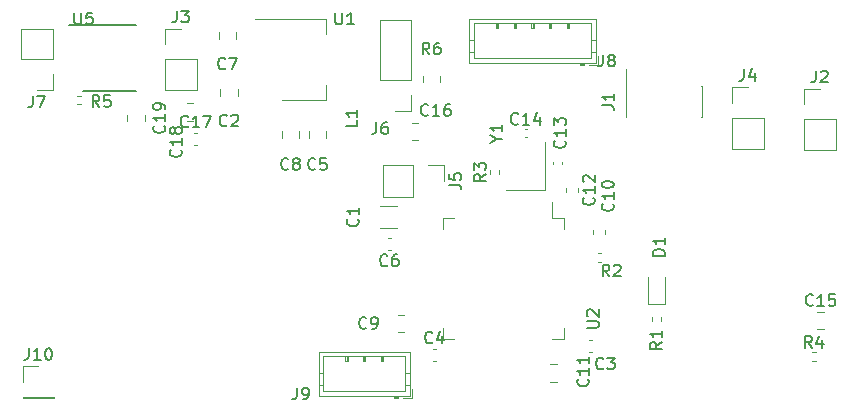
<source format=gbr>
G04 #@! TF.GenerationSoftware,KiCad,Pcbnew,(5.1.9)-1*
G04 #@! TF.CreationDate,2021-01-26T16:41:02+02:00*
G04 #@! TF.ProjectId,jantteri-main,6a616e74-7465-4726-992d-6d61696e2e6b,rev?*
G04 #@! TF.SameCoordinates,Original*
G04 #@! TF.FileFunction,Legend,Top*
G04 #@! TF.FilePolarity,Positive*
%FSLAX46Y46*%
G04 Gerber Fmt 4.6, Leading zero omitted, Abs format (unit mm)*
G04 Created by KiCad (PCBNEW (5.1.9)-1) date 2021-01-26 16:41:02*
%MOMM*%
%LPD*%
G01*
G04 APERTURE LIST*
%ADD10C,0.120000*%
%ADD11C,0.150000*%
G04 APERTURE END LIST*
D10*
X160619000Y-51835000D02*
X166629000Y-51835000D01*
X162869000Y-58655000D02*
X166629000Y-58655000D01*
X166629000Y-51835000D02*
X166629000Y-53095000D01*
X166629000Y-58655000D02*
X166629000Y-57395000D01*
X176500000Y-77947000D02*
X176500000Y-78897000D01*
X176500000Y-78897000D02*
X177450000Y-78897000D01*
X176500000Y-69627000D02*
X176500000Y-68677000D01*
X176500000Y-68677000D02*
X177450000Y-68677000D01*
X186720000Y-77947000D02*
X186720000Y-78897000D01*
X186720000Y-78897000D02*
X185770000Y-78897000D01*
X186720000Y-69627000D02*
X186720000Y-68677000D01*
X186720000Y-68677000D02*
X185770000Y-68677000D01*
X185770000Y-68677000D02*
X185770000Y-67337000D01*
X172591252Y-69490000D02*
X171168748Y-69490000D01*
X172591252Y-67670000D02*
X171168748Y-67670000D01*
X157634000Y-57777748D02*
X157634000Y-58300252D01*
X159104000Y-57777748D02*
X159104000Y-58300252D01*
X165127000Y-61333748D02*
X165127000Y-61856252D01*
X166597000Y-61333748D02*
X166597000Y-61856252D01*
X158977000Y-53474252D02*
X158977000Y-52951748D01*
X157507000Y-53474252D02*
X157507000Y-52951748D01*
X164311000Y-61333748D02*
X164311000Y-61856252D01*
X162841000Y-61333748D02*
X162841000Y-61856252D01*
X173235252Y-78332000D02*
X172712748Y-78332000D01*
X173235252Y-76862000D02*
X172712748Y-76862000D01*
X185600748Y-82523000D02*
X186123252Y-82523000D01*
X185600748Y-81053000D02*
X186123252Y-81053000D01*
X185822000Y-64115836D02*
X185822000Y-63900164D01*
X186542000Y-64115836D02*
X186542000Y-63900164D01*
X183407164Y-61828000D02*
X183622836Y-61828000D01*
X183407164Y-61108000D02*
X183622836Y-61108000D01*
X208206748Y-76608000D02*
X208729252Y-76608000D01*
X208206748Y-78078000D02*
X208729252Y-78078000D01*
X174378252Y-62076000D02*
X173855748Y-62076000D01*
X174378252Y-60606000D02*
X173855748Y-60606000D01*
X154805748Y-58955000D02*
X155328252Y-58955000D01*
X154805748Y-60425000D02*
X155328252Y-60425000D01*
X151230000Y-60459252D02*
X151230000Y-59936748D01*
X149760000Y-60459252D02*
X149760000Y-59936748D01*
X193829000Y-73622000D02*
X193829000Y-75907000D01*
X193829000Y-75907000D02*
X195299000Y-75907000D01*
X195299000Y-75907000D02*
X195299000Y-73622000D01*
X191964000Y-60131000D02*
X191964000Y-57471000D01*
X191964000Y-57471000D02*
X192024000Y-57471000D01*
X198374000Y-57471000D02*
X198434000Y-57471000D01*
X198434000Y-60131000D02*
X198434000Y-57471000D01*
X191964000Y-60131000D02*
X192024000Y-60131000D01*
X198374000Y-60131000D02*
X198434000Y-60131000D01*
X192024000Y-57471000D02*
X192024000Y-56011000D01*
X207077000Y-57725000D02*
X208407000Y-57725000D01*
X207077000Y-59055000D02*
X207077000Y-57725000D01*
X207077000Y-60325000D02*
X209737000Y-60325000D01*
X209737000Y-60325000D02*
X209737000Y-62925000D01*
X207077000Y-60325000D02*
X207077000Y-62925000D01*
X207077000Y-62925000D02*
X209737000Y-62925000D01*
X152975000Y-52645000D02*
X154305000Y-52645000D01*
X152975000Y-53975000D02*
X152975000Y-52645000D01*
X152975000Y-55245000D02*
X155635000Y-55245000D01*
X155635000Y-55245000D02*
X155635000Y-57845000D01*
X152975000Y-55245000D02*
X152975000Y-57845000D01*
X152975000Y-57845000D02*
X155635000Y-57845000D01*
X200981000Y-62798000D02*
X203641000Y-62798000D01*
X200981000Y-60198000D02*
X200981000Y-62798000D01*
X203641000Y-60198000D02*
X203641000Y-62798000D01*
X200981000Y-60198000D02*
X203641000Y-60198000D01*
X200981000Y-58928000D02*
X200981000Y-57598000D01*
X200981000Y-57598000D02*
X202311000Y-57598000D01*
X171390000Y-64202000D02*
X171390000Y-66862000D01*
X173990000Y-64202000D02*
X171390000Y-64202000D01*
X173990000Y-66862000D02*
X171390000Y-66862000D01*
X173990000Y-64202000D02*
X173990000Y-66862000D01*
X175260000Y-64202000D02*
X176590000Y-64202000D01*
X176590000Y-64202000D02*
X176590000Y-65532000D01*
X173796000Y-51883000D02*
X171136000Y-51883000D01*
X173796000Y-57023000D02*
X173796000Y-51883000D01*
X171136000Y-57023000D02*
X171136000Y-51883000D01*
X173796000Y-57023000D02*
X171136000Y-57023000D01*
X173796000Y-58293000D02*
X173796000Y-59623000D01*
X173796000Y-59623000D02*
X172466000Y-59623000D01*
X143443000Y-52645000D02*
X140783000Y-52645000D01*
X143443000Y-55245000D02*
X143443000Y-52645000D01*
X140783000Y-55245000D02*
X140783000Y-52645000D01*
X143443000Y-55245000D02*
X140783000Y-55245000D01*
X143443000Y-56515000D02*
X143443000Y-57845000D01*
X143443000Y-57845000D02*
X142113000Y-57845000D01*
X189443000Y-55512000D02*
X189443000Y-51792000D01*
X189443000Y-51792000D02*
X178723000Y-51792000D01*
X178723000Y-51792000D02*
X178723000Y-55512000D01*
X178723000Y-55512000D02*
X189443000Y-55512000D01*
X188133000Y-55512000D02*
X188133000Y-55712000D01*
X188133000Y-55712000D02*
X188433000Y-55712000D01*
X188433000Y-55712000D02*
X188433000Y-55512000D01*
X188133000Y-55612000D02*
X188433000Y-55612000D01*
X189043000Y-55112000D02*
X189043000Y-52192000D01*
X189043000Y-52192000D02*
X179123000Y-52192000D01*
X179123000Y-52192000D02*
X179123000Y-55112000D01*
X179123000Y-55112000D02*
X189043000Y-55112000D01*
X189443000Y-54602000D02*
X189043000Y-54602000D01*
X189443000Y-53602000D02*
X189043000Y-53602000D01*
X178723000Y-54602000D02*
X179123000Y-54602000D01*
X178723000Y-53602000D02*
X179123000Y-53602000D01*
X187183000Y-52192000D02*
X187183000Y-52592000D01*
X187183000Y-52592000D02*
X186983000Y-52592000D01*
X186983000Y-52592000D02*
X186983000Y-52192000D01*
X187083000Y-52192000D02*
X187083000Y-52592000D01*
X185683000Y-52192000D02*
X185683000Y-52592000D01*
X185683000Y-52592000D02*
X185483000Y-52592000D01*
X185483000Y-52592000D02*
X185483000Y-52192000D01*
X185583000Y-52192000D02*
X185583000Y-52592000D01*
X184183000Y-52192000D02*
X184183000Y-52592000D01*
X184183000Y-52592000D02*
X183983000Y-52592000D01*
X183983000Y-52592000D02*
X183983000Y-52192000D01*
X184083000Y-52192000D02*
X184083000Y-52592000D01*
X182683000Y-52192000D02*
X182683000Y-52592000D01*
X182683000Y-52592000D02*
X182483000Y-52592000D01*
X182483000Y-52592000D02*
X182483000Y-52192000D01*
X182583000Y-52192000D02*
X182583000Y-52592000D01*
X181183000Y-52192000D02*
X181183000Y-52592000D01*
X181183000Y-52592000D02*
X180983000Y-52592000D01*
X180983000Y-52592000D02*
X180983000Y-52192000D01*
X181083000Y-52192000D02*
X181083000Y-52592000D01*
X188843000Y-55712000D02*
X189643000Y-55712000D01*
X189643000Y-55712000D02*
X189643000Y-54912000D01*
X173695000Y-83706000D02*
X173695000Y-79986000D01*
X173695000Y-79986000D02*
X165975000Y-79986000D01*
X165975000Y-79986000D02*
X165975000Y-83706000D01*
X165975000Y-83706000D02*
X173695000Y-83706000D01*
X172385000Y-83706000D02*
X172385000Y-83906000D01*
X172385000Y-83906000D02*
X172685000Y-83906000D01*
X172685000Y-83906000D02*
X172685000Y-83706000D01*
X172385000Y-83806000D02*
X172685000Y-83806000D01*
X173295000Y-83306000D02*
X173295000Y-80386000D01*
X173295000Y-80386000D02*
X166375000Y-80386000D01*
X166375000Y-80386000D02*
X166375000Y-83306000D01*
X166375000Y-83306000D02*
X173295000Y-83306000D01*
X173695000Y-82796000D02*
X173295000Y-82796000D01*
X173695000Y-81796000D02*
X173295000Y-81796000D01*
X165975000Y-82796000D02*
X166375000Y-82796000D01*
X165975000Y-81796000D02*
X166375000Y-81796000D01*
X171435000Y-80386000D02*
X171435000Y-80786000D01*
X171435000Y-80786000D02*
X171235000Y-80786000D01*
X171235000Y-80786000D02*
X171235000Y-80386000D01*
X171335000Y-80386000D02*
X171335000Y-80786000D01*
X169935000Y-80386000D02*
X169935000Y-80786000D01*
X169935000Y-80786000D02*
X169735000Y-80786000D01*
X169735000Y-80786000D02*
X169735000Y-80386000D01*
X169835000Y-80386000D02*
X169835000Y-80786000D01*
X168435000Y-80386000D02*
X168435000Y-80786000D01*
X168435000Y-80786000D02*
X168235000Y-80786000D01*
X168235000Y-80786000D02*
X168235000Y-80386000D01*
X168335000Y-80386000D02*
X168335000Y-80786000D01*
X173095000Y-83906000D02*
X173895000Y-83906000D01*
X173895000Y-83906000D02*
X173895000Y-83106000D01*
X140910000Y-83880000D02*
X143570000Y-83880000D01*
X140910000Y-83820000D02*
X140910000Y-83880000D01*
X143570000Y-83820000D02*
X143570000Y-83880000D01*
X140910000Y-83820000D02*
X143570000Y-83820000D01*
X140910000Y-82550000D02*
X140910000Y-81220000D01*
X140910000Y-81220000D02*
X142240000Y-81220000D01*
X194184000Y-77369641D02*
X194184000Y-77062359D01*
X194944000Y-77369641D02*
X194944000Y-77062359D01*
X207745359Y-80771000D02*
X208052641Y-80771000D01*
X207745359Y-80011000D02*
X208052641Y-80011000D01*
X145515359Y-58294000D02*
X145822641Y-58294000D01*
X145515359Y-59054000D02*
X145822641Y-59054000D01*
X174779000Y-57123064D02*
X174779000Y-56668936D01*
X176249000Y-57123064D02*
X176249000Y-56668936D01*
D11*
X145986000Y-57909500D02*
X150486000Y-57909500D01*
X144861000Y-52359500D02*
X150486000Y-52359500D01*
D10*
X181865000Y-66262000D02*
X185165000Y-66262000D01*
X185165000Y-66262000D02*
X185165000Y-62262000D01*
X188835420Y-78992000D02*
X189116580Y-78992000D01*
X188835420Y-80012000D02*
X189116580Y-80012000D01*
X175627420Y-80774000D02*
X175908580Y-80774000D01*
X175627420Y-79754000D02*
X175908580Y-79754000D01*
X172098580Y-71376000D02*
X171817420Y-71376000D01*
X172098580Y-70356000D02*
X171817420Y-70356000D01*
X189228000Y-69709420D02*
X189228000Y-69990580D01*
X190248000Y-69709420D02*
X190248000Y-69990580D01*
X187962000Y-66153420D02*
X187962000Y-66434580D01*
X186942000Y-66153420D02*
X186942000Y-66434580D01*
X155434420Y-62486000D02*
X155715580Y-62486000D01*
X155434420Y-61466000D02*
X155715580Y-61466000D01*
X189584359Y-72389000D02*
X189891641Y-72389000D01*
X189584359Y-71629000D02*
X189891641Y-71629000D01*
X180468000Y-64923641D02*
X180468000Y-64616359D01*
X181228000Y-64923641D02*
X181228000Y-64616359D01*
D11*
X167386095Y-51268380D02*
X167386095Y-52077904D01*
X167433714Y-52173142D01*
X167481333Y-52220761D01*
X167576571Y-52268380D01*
X167767047Y-52268380D01*
X167862285Y-52220761D01*
X167909904Y-52173142D01*
X167957523Y-52077904D01*
X167957523Y-51268380D01*
X168957523Y-52268380D02*
X168386095Y-52268380D01*
X168671809Y-52268380D02*
X168671809Y-51268380D01*
X168576571Y-51411238D01*
X168481333Y-51506476D01*
X168386095Y-51554095D01*
X188682380Y-77977904D02*
X189491904Y-77977904D01*
X189587142Y-77930285D01*
X189634761Y-77882666D01*
X189682380Y-77787428D01*
X189682380Y-77596952D01*
X189634761Y-77501714D01*
X189587142Y-77454095D01*
X189491904Y-77406476D01*
X188682380Y-77406476D01*
X188777619Y-76977904D02*
X188730000Y-76930285D01*
X188682380Y-76835047D01*
X188682380Y-76596952D01*
X188730000Y-76501714D01*
X188777619Y-76454095D01*
X188872857Y-76406476D01*
X188968095Y-76406476D01*
X189110952Y-76454095D01*
X189682380Y-77025523D01*
X189682380Y-76406476D01*
X169267142Y-68746666D02*
X169314761Y-68794285D01*
X169362380Y-68937142D01*
X169362380Y-69032380D01*
X169314761Y-69175238D01*
X169219523Y-69270476D01*
X169124285Y-69318095D01*
X168933809Y-69365714D01*
X168790952Y-69365714D01*
X168600476Y-69318095D01*
X168505238Y-69270476D01*
X168410000Y-69175238D01*
X168362380Y-69032380D01*
X168362380Y-68937142D01*
X168410000Y-68794285D01*
X168457619Y-68746666D01*
X169362380Y-67794285D02*
X169362380Y-68365714D01*
X169362380Y-68080000D02*
X168362380Y-68080000D01*
X168505238Y-68175238D01*
X168600476Y-68270476D01*
X168648095Y-68365714D01*
X158202333Y-60809142D02*
X158154714Y-60856761D01*
X158011857Y-60904380D01*
X157916619Y-60904380D01*
X157773761Y-60856761D01*
X157678523Y-60761523D01*
X157630904Y-60666285D01*
X157583285Y-60475809D01*
X157583285Y-60332952D01*
X157630904Y-60142476D01*
X157678523Y-60047238D01*
X157773761Y-59952000D01*
X157916619Y-59904380D01*
X158011857Y-59904380D01*
X158154714Y-59952000D01*
X158202333Y-59999619D01*
X158583285Y-59999619D02*
X158630904Y-59952000D01*
X158726142Y-59904380D01*
X158964238Y-59904380D01*
X159059476Y-59952000D01*
X159107095Y-59999619D01*
X159154714Y-60094857D01*
X159154714Y-60190095D01*
X159107095Y-60332952D01*
X158535666Y-60904380D01*
X159154714Y-60904380D01*
X165695333Y-64492142D02*
X165647714Y-64539761D01*
X165504857Y-64587380D01*
X165409619Y-64587380D01*
X165266761Y-64539761D01*
X165171523Y-64444523D01*
X165123904Y-64349285D01*
X165076285Y-64158809D01*
X165076285Y-64015952D01*
X165123904Y-63825476D01*
X165171523Y-63730238D01*
X165266761Y-63635000D01*
X165409619Y-63587380D01*
X165504857Y-63587380D01*
X165647714Y-63635000D01*
X165695333Y-63682619D01*
X166600095Y-63587380D02*
X166123904Y-63587380D01*
X166076285Y-64063571D01*
X166123904Y-64015952D01*
X166219142Y-63968333D01*
X166457238Y-63968333D01*
X166552476Y-64015952D01*
X166600095Y-64063571D01*
X166647714Y-64158809D01*
X166647714Y-64396904D01*
X166600095Y-64492142D01*
X166552476Y-64539761D01*
X166457238Y-64587380D01*
X166219142Y-64587380D01*
X166123904Y-64539761D01*
X166076285Y-64492142D01*
X158075333Y-55983142D02*
X158027714Y-56030761D01*
X157884857Y-56078380D01*
X157789619Y-56078380D01*
X157646761Y-56030761D01*
X157551523Y-55935523D01*
X157503904Y-55840285D01*
X157456285Y-55649809D01*
X157456285Y-55506952D01*
X157503904Y-55316476D01*
X157551523Y-55221238D01*
X157646761Y-55126000D01*
X157789619Y-55078380D01*
X157884857Y-55078380D01*
X158027714Y-55126000D01*
X158075333Y-55173619D01*
X158408666Y-55078380D02*
X159075333Y-55078380D01*
X158646761Y-56078380D01*
X163409333Y-64492142D02*
X163361714Y-64539761D01*
X163218857Y-64587380D01*
X163123619Y-64587380D01*
X162980761Y-64539761D01*
X162885523Y-64444523D01*
X162837904Y-64349285D01*
X162790285Y-64158809D01*
X162790285Y-64015952D01*
X162837904Y-63825476D01*
X162885523Y-63730238D01*
X162980761Y-63635000D01*
X163123619Y-63587380D01*
X163218857Y-63587380D01*
X163361714Y-63635000D01*
X163409333Y-63682619D01*
X163980761Y-64015952D02*
X163885523Y-63968333D01*
X163837904Y-63920714D01*
X163790285Y-63825476D01*
X163790285Y-63777857D01*
X163837904Y-63682619D01*
X163885523Y-63635000D01*
X163980761Y-63587380D01*
X164171238Y-63587380D01*
X164266476Y-63635000D01*
X164314095Y-63682619D01*
X164361714Y-63777857D01*
X164361714Y-63825476D01*
X164314095Y-63920714D01*
X164266476Y-63968333D01*
X164171238Y-64015952D01*
X163980761Y-64015952D01*
X163885523Y-64063571D01*
X163837904Y-64111190D01*
X163790285Y-64206428D01*
X163790285Y-64396904D01*
X163837904Y-64492142D01*
X163885523Y-64539761D01*
X163980761Y-64587380D01*
X164171238Y-64587380D01*
X164266476Y-64539761D01*
X164314095Y-64492142D01*
X164361714Y-64396904D01*
X164361714Y-64206428D01*
X164314095Y-64111190D01*
X164266476Y-64063571D01*
X164171238Y-64015952D01*
X170013333Y-77954142D02*
X169965714Y-78001761D01*
X169822857Y-78049380D01*
X169727619Y-78049380D01*
X169584761Y-78001761D01*
X169489523Y-77906523D01*
X169441904Y-77811285D01*
X169394285Y-77620809D01*
X169394285Y-77477952D01*
X169441904Y-77287476D01*
X169489523Y-77192238D01*
X169584761Y-77097000D01*
X169727619Y-77049380D01*
X169822857Y-77049380D01*
X169965714Y-77097000D01*
X170013333Y-77144619D01*
X170489523Y-78049380D02*
X170680000Y-78049380D01*
X170775238Y-78001761D01*
X170822857Y-77954142D01*
X170918095Y-77811285D01*
X170965714Y-77620809D01*
X170965714Y-77239857D01*
X170918095Y-77144619D01*
X170870476Y-77097000D01*
X170775238Y-77049380D01*
X170584761Y-77049380D01*
X170489523Y-77097000D01*
X170441904Y-77144619D01*
X170394285Y-77239857D01*
X170394285Y-77477952D01*
X170441904Y-77573190D01*
X170489523Y-77620809D01*
X170584761Y-77668428D01*
X170775238Y-77668428D01*
X170870476Y-77620809D01*
X170918095Y-77573190D01*
X170965714Y-77477952D01*
X188759142Y-82303857D02*
X188806761Y-82351476D01*
X188854380Y-82494333D01*
X188854380Y-82589571D01*
X188806761Y-82732428D01*
X188711523Y-82827666D01*
X188616285Y-82875285D01*
X188425809Y-82922904D01*
X188282952Y-82922904D01*
X188092476Y-82875285D01*
X187997238Y-82827666D01*
X187902000Y-82732428D01*
X187854380Y-82589571D01*
X187854380Y-82494333D01*
X187902000Y-82351476D01*
X187949619Y-82303857D01*
X188854380Y-81351476D02*
X188854380Y-81922904D01*
X188854380Y-81637190D02*
X187854380Y-81637190D01*
X187997238Y-81732428D01*
X188092476Y-81827666D01*
X188140095Y-81922904D01*
X188854380Y-80399095D02*
X188854380Y-80970523D01*
X188854380Y-80684809D02*
X187854380Y-80684809D01*
X187997238Y-80780047D01*
X188092476Y-80875285D01*
X188140095Y-80970523D01*
X186793142Y-62110857D02*
X186840761Y-62158476D01*
X186888380Y-62301333D01*
X186888380Y-62396571D01*
X186840761Y-62539428D01*
X186745523Y-62634666D01*
X186650285Y-62682285D01*
X186459809Y-62729904D01*
X186316952Y-62729904D01*
X186126476Y-62682285D01*
X186031238Y-62634666D01*
X185936000Y-62539428D01*
X185888380Y-62396571D01*
X185888380Y-62301333D01*
X185936000Y-62158476D01*
X185983619Y-62110857D01*
X186888380Y-61158476D02*
X186888380Y-61729904D01*
X186888380Y-61444190D02*
X185888380Y-61444190D01*
X186031238Y-61539428D01*
X186126476Y-61634666D01*
X186174095Y-61729904D01*
X185888380Y-60825142D02*
X185888380Y-60206095D01*
X186269333Y-60539428D01*
X186269333Y-60396571D01*
X186316952Y-60301333D01*
X186364571Y-60253714D01*
X186459809Y-60206095D01*
X186697904Y-60206095D01*
X186793142Y-60253714D01*
X186840761Y-60301333D01*
X186888380Y-60396571D01*
X186888380Y-60682285D01*
X186840761Y-60777523D01*
X186793142Y-60825142D01*
X182872142Y-60665142D02*
X182824523Y-60712761D01*
X182681666Y-60760380D01*
X182586428Y-60760380D01*
X182443571Y-60712761D01*
X182348333Y-60617523D01*
X182300714Y-60522285D01*
X182253095Y-60331809D01*
X182253095Y-60188952D01*
X182300714Y-59998476D01*
X182348333Y-59903238D01*
X182443571Y-59808000D01*
X182586428Y-59760380D01*
X182681666Y-59760380D01*
X182824523Y-59808000D01*
X182872142Y-59855619D01*
X183824523Y-60760380D02*
X183253095Y-60760380D01*
X183538809Y-60760380D02*
X183538809Y-59760380D01*
X183443571Y-59903238D01*
X183348333Y-59998476D01*
X183253095Y-60046095D01*
X184681666Y-60093714D02*
X184681666Y-60760380D01*
X184443571Y-59712761D02*
X184205476Y-60427047D01*
X184824523Y-60427047D01*
X207825142Y-76020142D02*
X207777523Y-76067761D01*
X207634666Y-76115380D01*
X207539428Y-76115380D01*
X207396571Y-76067761D01*
X207301333Y-75972523D01*
X207253714Y-75877285D01*
X207206095Y-75686809D01*
X207206095Y-75543952D01*
X207253714Y-75353476D01*
X207301333Y-75258238D01*
X207396571Y-75163000D01*
X207539428Y-75115380D01*
X207634666Y-75115380D01*
X207777523Y-75163000D01*
X207825142Y-75210619D01*
X208777523Y-76115380D02*
X208206095Y-76115380D01*
X208491809Y-76115380D02*
X208491809Y-75115380D01*
X208396571Y-75258238D01*
X208301333Y-75353476D01*
X208206095Y-75401095D01*
X209682285Y-75115380D02*
X209206095Y-75115380D01*
X209158476Y-75591571D01*
X209206095Y-75543952D01*
X209301333Y-75496333D01*
X209539428Y-75496333D01*
X209634666Y-75543952D01*
X209682285Y-75591571D01*
X209729904Y-75686809D01*
X209729904Y-75924904D01*
X209682285Y-76020142D01*
X209634666Y-76067761D01*
X209539428Y-76115380D01*
X209301333Y-76115380D01*
X209206095Y-76067761D01*
X209158476Y-76020142D01*
X175252142Y-59920142D02*
X175204523Y-59967761D01*
X175061666Y-60015380D01*
X174966428Y-60015380D01*
X174823571Y-59967761D01*
X174728333Y-59872523D01*
X174680714Y-59777285D01*
X174633095Y-59586809D01*
X174633095Y-59443952D01*
X174680714Y-59253476D01*
X174728333Y-59158238D01*
X174823571Y-59063000D01*
X174966428Y-59015380D01*
X175061666Y-59015380D01*
X175204523Y-59063000D01*
X175252142Y-59110619D01*
X176204523Y-60015380D02*
X175633095Y-60015380D01*
X175918809Y-60015380D02*
X175918809Y-59015380D01*
X175823571Y-59158238D01*
X175728333Y-59253476D01*
X175633095Y-59301095D01*
X177061666Y-59015380D02*
X176871190Y-59015380D01*
X176775952Y-59063000D01*
X176728333Y-59110619D01*
X176633095Y-59253476D01*
X176585476Y-59443952D01*
X176585476Y-59824904D01*
X176633095Y-59920142D01*
X176680714Y-59967761D01*
X176775952Y-60015380D01*
X176966428Y-60015380D01*
X177061666Y-59967761D01*
X177109285Y-59920142D01*
X177156904Y-59824904D01*
X177156904Y-59586809D01*
X177109285Y-59491571D01*
X177061666Y-59443952D01*
X176966428Y-59396333D01*
X176775952Y-59396333D01*
X176680714Y-59443952D01*
X176633095Y-59491571D01*
X176585476Y-59586809D01*
X154281142Y-62872857D02*
X154328761Y-62920476D01*
X154376380Y-63063333D01*
X154376380Y-63158571D01*
X154328761Y-63301428D01*
X154233523Y-63396666D01*
X154138285Y-63444285D01*
X153947809Y-63491904D01*
X153804952Y-63491904D01*
X153614476Y-63444285D01*
X153519238Y-63396666D01*
X153424000Y-63301428D01*
X153376380Y-63158571D01*
X153376380Y-63063333D01*
X153424000Y-62920476D01*
X153471619Y-62872857D01*
X154376380Y-61920476D02*
X154376380Y-62491904D01*
X154376380Y-62206190D02*
X153376380Y-62206190D01*
X153519238Y-62301428D01*
X153614476Y-62396666D01*
X153662095Y-62491904D01*
X153804952Y-61349047D02*
X153757333Y-61444285D01*
X153709714Y-61491904D01*
X153614476Y-61539523D01*
X153566857Y-61539523D01*
X153471619Y-61491904D01*
X153424000Y-61444285D01*
X153376380Y-61349047D01*
X153376380Y-61158571D01*
X153424000Y-61063333D01*
X153471619Y-61015714D01*
X153566857Y-60968095D01*
X153614476Y-60968095D01*
X153709714Y-61015714D01*
X153757333Y-61063333D01*
X153804952Y-61158571D01*
X153804952Y-61349047D01*
X153852571Y-61444285D01*
X153900190Y-61491904D01*
X153995428Y-61539523D01*
X154185904Y-61539523D01*
X154281142Y-61491904D01*
X154328761Y-61444285D01*
X154376380Y-61349047D01*
X154376380Y-61158571D01*
X154328761Y-61063333D01*
X154281142Y-61015714D01*
X154185904Y-60968095D01*
X153995428Y-60968095D01*
X153900190Y-61015714D01*
X153852571Y-61063333D01*
X153804952Y-61158571D01*
X152884142Y-60840857D02*
X152931761Y-60888476D01*
X152979380Y-61031333D01*
X152979380Y-61126571D01*
X152931761Y-61269428D01*
X152836523Y-61364666D01*
X152741285Y-61412285D01*
X152550809Y-61459904D01*
X152407952Y-61459904D01*
X152217476Y-61412285D01*
X152122238Y-61364666D01*
X152027000Y-61269428D01*
X151979380Y-61126571D01*
X151979380Y-61031333D01*
X152027000Y-60888476D01*
X152074619Y-60840857D01*
X152979380Y-59888476D02*
X152979380Y-60459904D01*
X152979380Y-60174190D02*
X151979380Y-60174190D01*
X152122238Y-60269428D01*
X152217476Y-60364666D01*
X152265095Y-60459904D01*
X152979380Y-59412285D02*
X152979380Y-59221809D01*
X152931761Y-59126571D01*
X152884142Y-59078952D01*
X152741285Y-58983714D01*
X152550809Y-58936095D01*
X152169857Y-58936095D01*
X152074619Y-58983714D01*
X152027000Y-59031333D01*
X151979380Y-59126571D01*
X151979380Y-59317047D01*
X152027000Y-59412285D01*
X152074619Y-59459904D01*
X152169857Y-59507523D01*
X152407952Y-59507523D01*
X152503190Y-59459904D01*
X152550809Y-59412285D01*
X152598428Y-59317047D01*
X152598428Y-59126571D01*
X152550809Y-59031333D01*
X152503190Y-58983714D01*
X152407952Y-58936095D01*
X195270380Y-71858095D02*
X194270380Y-71858095D01*
X194270380Y-71620000D01*
X194318000Y-71477142D01*
X194413238Y-71381904D01*
X194508476Y-71334285D01*
X194698952Y-71286666D01*
X194841809Y-71286666D01*
X195032285Y-71334285D01*
X195127523Y-71381904D01*
X195222761Y-71477142D01*
X195270380Y-71620000D01*
X195270380Y-71858095D01*
X195270380Y-70334285D02*
X195270380Y-70905714D01*
X195270380Y-70620000D02*
X194270380Y-70620000D01*
X194413238Y-70715238D01*
X194508476Y-70810476D01*
X194556095Y-70905714D01*
X189976380Y-59134333D02*
X190690666Y-59134333D01*
X190833523Y-59181952D01*
X190928761Y-59277190D01*
X190976380Y-59420047D01*
X190976380Y-59515285D01*
X190976380Y-58134333D02*
X190976380Y-58705761D01*
X190976380Y-58420047D02*
X189976380Y-58420047D01*
X190119238Y-58515285D01*
X190214476Y-58610523D01*
X190262095Y-58705761D01*
X208073666Y-56177380D02*
X208073666Y-56891666D01*
X208026047Y-57034523D01*
X207930809Y-57129761D01*
X207787952Y-57177380D01*
X207692714Y-57177380D01*
X208502238Y-56272619D02*
X208549857Y-56225000D01*
X208645095Y-56177380D01*
X208883190Y-56177380D01*
X208978428Y-56225000D01*
X209026047Y-56272619D01*
X209073666Y-56367857D01*
X209073666Y-56463095D01*
X209026047Y-56605952D01*
X208454619Y-57177380D01*
X209073666Y-57177380D01*
X153971666Y-51097380D02*
X153971666Y-51811666D01*
X153924047Y-51954523D01*
X153828809Y-52049761D01*
X153685952Y-52097380D01*
X153590714Y-52097380D01*
X154352619Y-51097380D02*
X154971666Y-51097380D01*
X154638333Y-51478333D01*
X154781190Y-51478333D01*
X154876428Y-51525952D01*
X154924047Y-51573571D01*
X154971666Y-51668809D01*
X154971666Y-51906904D01*
X154924047Y-52002142D01*
X154876428Y-52049761D01*
X154781190Y-52097380D01*
X154495476Y-52097380D01*
X154400238Y-52049761D01*
X154352619Y-52002142D01*
X201977666Y-56050380D02*
X201977666Y-56764666D01*
X201930047Y-56907523D01*
X201834809Y-57002761D01*
X201691952Y-57050380D01*
X201596714Y-57050380D01*
X202882428Y-56383714D02*
X202882428Y-57050380D01*
X202644333Y-56002761D02*
X202406238Y-56717047D01*
X203025285Y-56717047D01*
X177042380Y-65865333D02*
X177756666Y-65865333D01*
X177899523Y-65912952D01*
X177994761Y-66008190D01*
X178042380Y-66151047D01*
X178042380Y-66246285D01*
X177042380Y-64912952D02*
X177042380Y-65389142D01*
X177518571Y-65436761D01*
X177470952Y-65389142D01*
X177423333Y-65293904D01*
X177423333Y-65055809D01*
X177470952Y-64960571D01*
X177518571Y-64912952D01*
X177613809Y-64865333D01*
X177851904Y-64865333D01*
X177947142Y-64912952D01*
X177994761Y-64960571D01*
X178042380Y-65055809D01*
X178042380Y-65293904D01*
X177994761Y-65389142D01*
X177947142Y-65436761D01*
X170862666Y-60539380D02*
X170862666Y-61253666D01*
X170815047Y-61396523D01*
X170719809Y-61491761D01*
X170576952Y-61539380D01*
X170481714Y-61539380D01*
X171767428Y-60539380D02*
X171576952Y-60539380D01*
X171481714Y-60587000D01*
X171434095Y-60634619D01*
X171338857Y-60777476D01*
X171291238Y-60967952D01*
X171291238Y-61348904D01*
X171338857Y-61444142D01*
X171386476Y-61491761D01*
X171481714Y-61539380D01*
X171672190Y-61539380D01*
X171767428Y-61491761D01*
X171815047Y-61444142D01*
X171862666Y-61348904D01*
X171862666Y-61110809D01*
X171815047Y-61015571D01*
X171767428Y-60967952D01*
X171672190Y-60920333D01*
X171481714Y-60920333D01*
X171386476Y-60967952D01*
X171338857Y-61015571D01*
X171291238Y-61110809D01*
X141779666Y-58297380D02*
X141779666Y-59011666D01*
X141732047Y-59154523D01*
X141636809Y-59249761D01*
X141493952Y-59297380D01*
X141398714Y-59297380D01*
X142160619Y-58297380D02*
X142827285Y-58297380D01*
X142398714Y-59297380D01*
X190039666Y-54824380D02*
X190039666Y-55538666D01*
X189992047Y-55681523D01*
X189896809Y-55776761D01*
X189753952Y-55824380D01*
X189658714Y-55824380D01*
X190658714Y-55252952D02*
X190563476Y-55205333D01*
X190515857Y-55157714D01*
X190468238Y-55062476D01*
X190468238Y-55014857D01*
X190515857Y-54919619D01*
X190563476Y-54872000D01*
X190658714Y-54824380D01*
X190849190Y-54824380D01*
X190944428Y-54872000D01*
X190992047Y-54919619D01*
X191039666Y-55014857D01*
X191039666Y-55062476D01*
X190992047Y-55157714D01*
X190944428Y-55205333D01*
X190849190Y-55252952D01*
X190658714Y-55252952D01*
X190563476Y-55300571D01*
X190515857Y-55348190D01*
X190468238Y-55443428D01*
X190468238Y-55633904D01*
X190515857Y-55729142D01*
X190563476Y-55776761D01*
X190658714Y-55824380D01*
X190849190Y-55824380D01*
X190944428Y-55776761D01*
X190992047Y-55729142D01*
X191039666Y-55633904D01*
X191039666Y-55443428D01*
X190992047Y-55348190D01*
X190944428Y-55300571D01*
X190849190Y-55252952D01*
X164131666Y-83018380D02*
X164131666Y-83732666D01*
X164084047Y-83875523D01*
X163988809Y-83970761D01*
X163845952Y-84018380D01*
X163750714Y-84018380D01*
X164655476Y-84018380D02*
X164845952Y-84018380D01*
X164941190Y-83970761D01*
X164988809Y-83923142D01*
X165084047Y-83780285D01*
X165131666Y-83589809D01*
X165131666Y-83208857D01*
X165084047Y-83113619D01*
X165036428Y-83066000D01*
X164941190Y-83018380D01*
X164750714Y-83018380D01*
X164655476Y-83066000D01*
X164607857Y-83113619D01*
X164560238Y-83208857D01*
X164560238Y-83446952D01*
X164607857Y-83542190D01*
X164655476Y-83589809D01*
X164750714Y-83637428D01*
X164941190Y-83637428D01*
X165036428Y-83589809D01*
X165084047Y-83542190D01*
X165131666Y-83446952D01*
X141430476Y-79672380D02*
X141430476Y-80386666D01*
X141382857Y-80529523D01*
X141287619Y-80624761D01*
X141144761Y-80672380D01*
X141049523Y-80672380D01*
X142430476Y-80672380D02*
X141859047Y-80672380D01*
X142144761Y-80672380D02*
X142144761Y-79672380D01*
X142049523Y-79815238D01*
X141954285Y-79910476D01*
X141859047Y-79958095D01*
X143049523Y-79672380D02*
X143144761Y-79672380D01*
X143240000Y-79720000D01*
X143287619Y-79767619D01*
X143335238Y-79862857D01*
X143382857Y-80053333D01*
X143382857Y-80291428D01*
X143335238Y-80481904D01*
X143287619Y-80577142D01*
X143240000Y-80624761D01*
X143144761Y-80672380D01*
X143049523Y-80672380D01*
X142954285Y-80624761D01*
X142906666Y-80577142D01*
X142859047Y-80481904D01*
X142811428Y-80291428D01*
X142811428Y-80053333D01*
X142859047Y-79862857D01*
X142906666Y-79767619D01*
X142954285Y-79720000D01*
X143049523Y-79672380D01*
X195016380Y-79160666D02*
X194540190Y-79494000D01*
X195016380Y-79732095D02*
X194016380Y-79732095D01*
X194016380Y-79351142D01*
X194064000Y-79255904D01*
X194111619Y-79208285D01*
X194206857Y-79160666D01*
X194349714Y-79160666D01*
X194444952Y-79208285D01*
X194492571Y-79255904D01*
X194540190Y-79351142D01*
X194540190Y-79732095D01*
X195016380Y-78208285D02*
X195016380Y-78779714D01*
X195016380Y-78494000D02*
X194016380Y-78494000D01*
X194159238Y-78589238D01*
X194254476Y-78684476D01*
X194302095Y-78779714D01*
X207732333Y-79673380D02*
X207399000Y-79197190D01*
X207160904Y-79673380D02*
X207160904Y-78673380D01*
X207541857Y-78673380D01*
X207637095Y-78721000D01*
X207684714Y-78768619D01*
X207732333Y-78863857D01*
X207732333Y-79006714D01*
X207684714Y-79101952D01*
X207637095Y-79149571D01*
X207541857Y-79197190D01*
X207160904Y-79197190D01*
X208589476Y-79006714D02*
X208589476Y-79673380D01*
X208351380Y-78625761D02*
X208113285Y-79340047D01*
X208732333Y-79340047D01*
X147407333Y-59253380D02*
X147074000Y-58777190D01*
X146835904Y-59253380D02*
X146835904Y-58253380D01*
X147216857Y-58253380D01*
X147312095Y-58301000D01*
X147359714Y-58348619D01*
X147407333Y-58443857D01*
X147407333Y-58586714D01*
X147359714Y-58681952D01*
X147312095Y-58729571D01*
X147216857Y-58777190D01*
X146835904Y-58777190D01*
X148312095Y-58253380D02*
X147835904Y-58253380D01*
X147788285Y-58729571D01*
X147835904Y-58681952D01*
X147931142Y-58634333D01*
X148169238Y-58634333D01*
X148264476Y-58681952D01*
X148312095Y-58729571D01*
X148359714Y-58824809D01*
X148359714Y-59062904D01*
X148312095Y-59158142D01*
X148264476Y-59205761D01*
X148169238Y-59253380D01*
X147931142Y-59253380D01*
X147835904Y-59205761D01*
X147788285Y-59158142D01*
X175347333Y-54808380D02*
X175014000Y-54332190D01*
X174775904Y-54808380D02*
X174775904Y-53808380D01*
X175156857Y-53808380D01*
X175252095Y-53856000D01*
X175299714Y-53903619D01*
X175347333Y-53998857D01*
X175347333Y-54141714D01*
X175299714Y-54236952D01*
X175252095Y-54284571D01*
X175156857Y-54332190D01*
X174775904Y-54332190D01*
X176204476Y-53808380D02*
X176014000Y-53808380D01*
X175918761Y-53856000D01*
X175871142Y-53903619D01*
X175775904Y-54046476D01*
X175728285Y-54236952D01*
X175728285Y-54617904D01*
X175775904Y-54713142D01*
X175823523Y-54760761D01*
X175918761Y-54808380D01*
X176109238Y-54808380D01*
X176204476Y-54760761D01*
X176252095Y-54713142D01*
X176299714Y-54617904D01*
X176299714Y-54379809D01*
X176252095Y-54284571D01*
X176204476Y-54236952D01*
X176109238Y-54189333D01*
X175918761Y-54189333D01*
X175823523Y-54236952D01*
X175775904Y-54284571D01*
X175728285Y-54379809D01*
X145288095Y-51268380D02*
X145288095Y-52077904D01*
X145335714Y-52173142D01*
X145383333Y-52220761D01*
X145478571Y-52268380D01*
X145669047Y-52268380D01*
X145764285Y-52220761D01*
X145811904Y-52173142D01*
X145859523Y-52077904D01*
X145859523Y-51268380D01*
X146811904Y-51268380D02*
X146335714Y-51268380D01*
X146288095Y-51744571D01*
X146335714Y-51696952D01*
X146430952Y-51649333D01*
X146669047Y-51649333D01*
X146764285Y-51696952D01*
X146811904Y-51744571D01*
X146859523Y-51839809D01*
X146859523Y-52077904D01*
X146811904Y-52173142D01*
X146764285Y-52220761D01*
X146669047Y-52268380D01*
X146430952Y-52268380D01*
X146335714Y-52220761D01*
X146288095Y-52173142D01*
X181041190Y-61944190D02*
X181517380Y-61944190D01*
X180517380Y-62277523D02*
X181041190Y-61944190D01*
X180517380Y-61610857D01*
X181517380Y-60753714D02*
X181517380Y-61325142D01*
X181517380Y-61039428D02*
X180517380Y-61039428D01*
X180660238Y-61134666D01*
X180755476Y-61229904D01*
X180803095Y-61325142D01*
X190079333Y-81383142D02*
X190031714Y-81430761D01*
X189888857Y-81478380D01*
X189793619Y-81478380D01*
X189650761Y-81430761D01*
X189555523Y-81335523D01*
X189507904Y-81240285D01*
X189460285Y-81049809D01*
X189460285Y-80906952D01*
X189507904Y-80716476D01*
X189555523Y-80621238D01*
X189650761Y-80526000D01*
X189793619Y-80478380D01*
X189888857Y-80478380D01*
X190031714Y-80526000D01*
X190079333Y-80573619D01*
X190412666Y-80478380D02*
X191031714Y-80478380D01*
X190698380Y-80859333D01*
X190841238Y-80859333D01*
X190936476Y-80906952D01*
X190984095Y-80954571D01*
X191031714Y-81049809D01*
X191031714Y-81287904D01*
X190984095Y-81383142D01*
X190936476Y-81430761D01*
X190841238Y-81478380D01*
X190555523Y-81478380D01*
X190460285Y-81430761D01*
X190412666Y-81383142D01*
X175601333Y-79191142D02*
X175553714Y-79238761D01*
X175410857Y-79286380D01*
X175315619Y-79286380D01*
X175172761Y-79238761D01*
X175077523Y-79143523D01*
X175029904Y-79048285D01*
X174982285Y-78857809D01*
X174982285Y-78714952D01*
X175029904Y-78524476D01*
X175077523Y-78429238D01*
X175172761Y-78334000D01*
X175315619Y-78286380D01*
X175410857Y-78286380D01*
X175553714Y-78334000D01*
X175601333Y-78381619D01*
X176458476Y-78619714D02*
X176458476Y-79286380D01*
X176220380Y-78238761D02*
X175982285Y-78953047D01*
X176601333Y-78953047D01*
X171791333Y-72653142D02*
X171743714Y-72700761D01*
X171600857Y-72748380D01*
X171505619Y-72748380D01*
X171362761Y-72700761D01*
X171267523Y-72605523D01*
X171219904Y-72510285D01*
X171172285Y-72319809D01*
X171172285Y-72176952D01*
X171219904Y-71986476D01*
X171267523Y-71891238D01*
X171362761Y-71796000D01*
X171505619Y-71748380D01*
X171600857Y-71748380D01*
X171743714Y-71796000D01*
X171791333Y-71843619D01*
X172648476Y-71748380D02*
X172458000Y-71748380D01*
X172362761Y-71796000D01*
X172315142Y-71843619D01*
X172219904Y-71986476D01*
X172172285Y-72176952D01*
X172172285Y-72557904D01*
X172219904Y-72653142D01*
X172267523Y-72700761D01*
X172362761Y-72748380D01*
X172553238Y-72748380D01*
X172648476Y-72700761D01*
X172696095Y-72653142D01*
X172743714Y-72557904D01*
X172743714Y-72319809D01*
X172696095Y-72224571D01*
X172648476Y-72176952D01*
X172553238Y-72129333D01*
X172362761Y-72129333D01*
X172267523Y-72176952D01*
X172219904Y-72224571D01*
X172172285Y-72319809D01*
X190857142Y-67444857D02*
X190904761Y-67492476D01*
X190952380Y-67635333D01*
X190952380Y-67730571D01*
X190904761Y-67873428D01*
X190809523Y-67968666D01*
X190714285Y-68016285D01*
X190523809Y-68063904D01*
X190380952Y-68063904D01*
X190190476Y-68016285D01*
X190095238Y-67968666D01*
X190000000Y-67873428D01*
X189952380Y-67730571D01*
X189952380Y-67635333D01*
X190000000Y-67492476D01*
X190047619Y-67444857D01*
X190952380Y-66492476D02*
X190952380Y-67063904D01*
X190952380Y-66778190D02*
X189952380Y-66778190D01*
X190095238Y-66873428D01*
X190190476Y-66968666D01*
X190238095Y-67063904D01*
X189952380Y-65873428D02*
X189952380Y-65778190D01*
X190000000Y-65682952D01*
X190047619Y-65635333D01*
X190142857Y-65587714D01*
X190333333Y-65540095D01*
X190571428Y-65540095D01*
X190761904Y-65587714D01*
X190857142Y-65635333D01*
X190904761Y-65682952D01*
X190952380Y-65778190D01*
X190952380Y-65873428D01*
X190904761Y-65968666D01*
X190857142Y-66016285D01*
X190761904Y-66063904D01*
X190571428Y-66111523D01*
X190333333Y-66111523D01*
X190142857Y-66063904D01*
X190047619Y-66016285D01*
X190000000Y-65968666D01*
X189952380Y-65873428D01*
X189239142Y-66936857D02*
X189286761Y-66984476D01*
X189334380Y-67127333D01*
X189334380Y-67222571D01*
X189286761Y-67365428D01*
X189191523Y-67460666D01*
X189096285Y-67508285D01*
X188905809Y-67555904D01*
X188762952Y-67555904D01*
X188572476Y-67508285D01*
X188477238Y-67460666D01*
X188382000Y-67365428D01*
X188334380Y-67222571D01*
X188334380Y-67127333D01*
X188382000Y-66984476D01*
X188429619Y-66936857D01*
X189334380Y-65984476D02*
X189334380Y-66555904D01*
X189334380Y-66270190D02*
X188334380Y-66270190D01*
X188477238Y-66365428D01*
X188572476Y-66460666D01*
X188620095Y-66555904D01*
X188429619Y-65603523D02*
X188382000Y-65555904D01*
X188334380Y-65460666D01*
X188334380Y-65222571D01*
X188382000Y-65127333D01*
X188429619Y-65079714D01*
X188524857Y-65032095D01*
X188620095Y-65032095D01*
X188762952Y-65079714D01*
X189334380Y-65651142D01*
X189334380Y-65032095D01*
X154932142Y-60903142D02*
X154884523Y-60950761D01*
X154741666Y-60998380D01*
X154646428Y-60998380D01*
X154503571Y-60950761D01*
X154408333Y-60855523D01*
X154360714Y-60760285D01*
X154313095Y-60569809D01*
X154313095Y-60426952D01*
X154360714Y-60236476D01*
X154408333Y-60141238D01*
X154503571Y-60046000D01*
X154646428Y-59998380D01*
X154741666Y-59998380D01*
X154884523Y-60046000D01*
X154932142Y-60093619D01*
X155884523Y-60998380D02*
X155313095Y-60998380D01*
X155598809Y-60998380D02*
X155598809Y-59998380D01*
X155503571Y-60141238D01*
X155408333Y-60236476D01*
X155313095Y-60284095D01*
X156217857Y-59998380D02*
X156884523Y-59998380D01*
X156455952Y-60998380D01*
X190587333Y-73604380D02*
X190254000Y-73128190D01*
X190015904Y-73604380D02*
X190015904Y-72604380D01*
X190396857Y-72604380D01*
X190492095Y-72652000D01*
X190539714Y-72699619D01*
X190587333Y-72794857D01*
X190587333Y-72937714D01*
X190539714Y-73032952D01*
X190492095Y-73080571D01*
X190396857Y-73128190D01*
X190015904Y-73128190D01*
X190968285Y-72699619D02*
X191015904Y-72652000D01*
X191111142Y-72604380D01*
X191349238Y-72604380D01*
X191444476Y-72652000D01*
X191492095Y-72699619D01*
X191539714Y-72794857D01*
X191539714Y-72890095D01*
X191492095Y-73032952D01*
X190920666Y-73604380D01*
X191539714Y-73604380D01*
X180130380Y-64936666D02*
X179654190Y-65270000D01*
X180130380Y-65508095D02*
X179130380Y-65508095D01*
X179130380Y-65127142D01*
X179178000Y-65031904D01*
X179225619Y-64984285D01*
X179320857Y-64936666D01*
X179463714Y-64936666D01*
X179558952Y-64984285D01*
X179606571Y-65031904D01*
X179654190Y-65127142D01*
X179654190Y-65508095D01*
X179130380Y-64603333D02*
X179130380Y-63984285D01*
X179511333Y-64317619D01*
X179511333Y-64174761D01*
X179558952Y-64079523D01*
X179606571Y-64031904D01*
X179701809Y-63984285D01*
X179939904Y-63984285D01*
X180035142Y-64031904D01*
X180082761Y-64079523D01*
X180130380Y-64174761D01*
X180130380Y-64460476D01*
X180082761Y-64555714D01*
X180035142Y-64603333D01*
X169262380Y-60364666D02*
X169262380Y-60840857D01*
X168262380Y-60840857D01*
X169262380Y-59507523D02*
X169262380Y-60078952D01*
X169262380Y-59793238D02*
X168262380Y-59793238D01*
X168405238Y-59888476D01*
X168500476Y-59983714D01*
X168548095Y-60078952D01*
M02*

</source>
